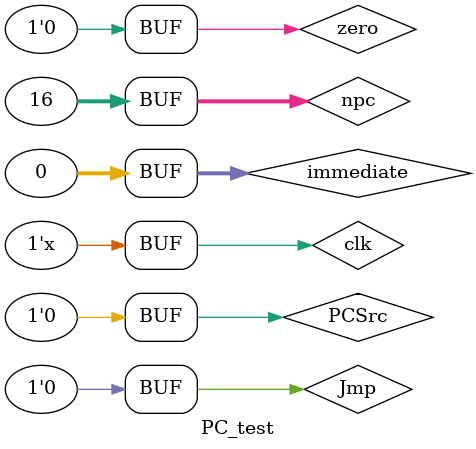
<source format=v>
`timescale 1ns / 1ps


module PC_test;

	// Inputs
	reg clk;
	reg [31:0] immediate;
	reg PCSrc;
	reg zero;
	reg [31:0] npc;
	reg Jmp;

	// Outputs
	wire [31:0] immediate_out;

	// Instantiate the Unit Under Test (UUT)
	PC uut (
		.clk(clk), 
		.immediate(immediate), 
		.PCSrc(PCSrc), 
		.zero(zero), 
		.npc(npc), 
		.immediate_out(immediate_out), 
		.Jmp(Jmp)
	);

	initial begin
		// Initialize Inputs
		clk = 0;
		immediate = 0;
		PCSrc = 0;
		zero = 0;
		npc = 32'b0;
		Jmp = 0;

		// Wait 100 ns for global reset to finish
		#100;
		immediate = 32'b0;
		PCSrc = 0;
		zero = 0;
		npc = 8'h0004;
		Jmp = 0;
		#100;
		immediate = 32'b0;
		PCSrc = 0;
		zero = 0;
		npc = 8'h0008;
		Jmp = 0;
		#100;
		immediate = 32'b0;
		PCSrc = 0;
		zero = 0;
		npc = 8'h000C;
		Jmp = 0;
		#100;
		immediate = 32'b0;
		PCSrc = 0;
		zero = 0;
		npc = 8'h0010;
		Jmp = 0;
		#100;
		// Add stimulus here

	end
      always #10 clk = ~clk;
endmodule


</source>
